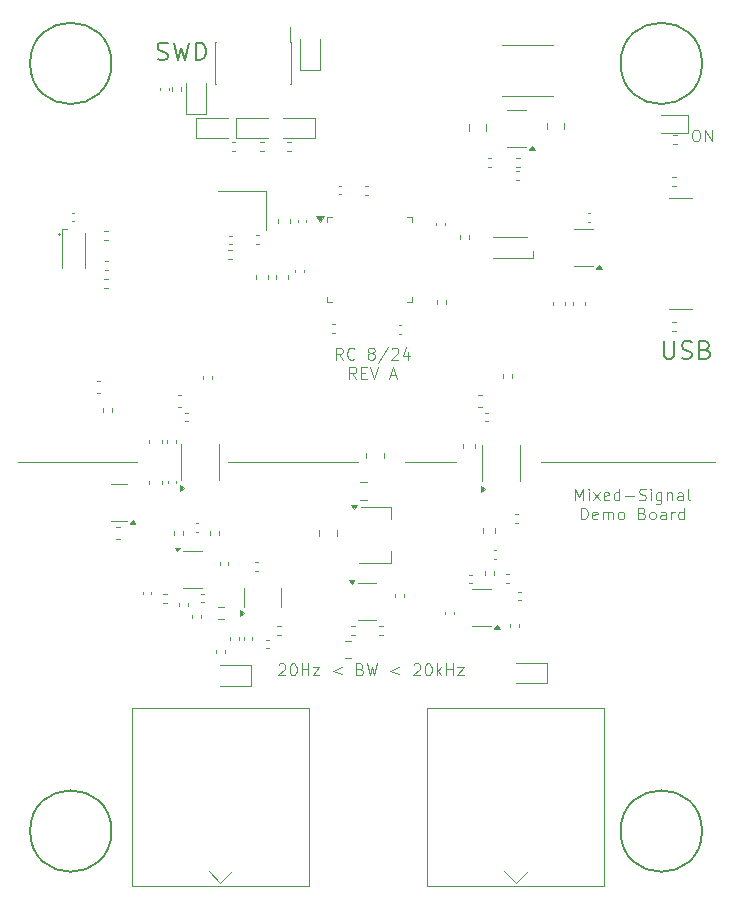
<source format=gto>
%TF.GenerationSoftware,KiCad,Pcbnew,8.0.4+dfsg-1*%
%TF.CreationDate,2024-08-03T22:50:01-04:00*%
%TF.ProjectId,Mixed-Signal_Demo_PCB,4d697865-642d-4536-9967-6e616c5f4465,rev?*%
%TF.SameCoordinates,Original*%
%TF.FileFunction,Legend,Top*%
%TF.FilePolarity,Positive*%
%FSLAX46Y46*%
G04 Gerber Fmt 4.6, Leading zero omitted, Abs format (unit mm)*
G04 Created by KiCad (PCBNEW 8.0.4+dfsg-1) date 2024-08-03 22:50:01*
%MOMM*%
%LPD*%
G01*
G04 APERTURE LIST*
%ADD10C,0.200000*%
%ADD11C,0.100000*%
%ADD12C,0.120000*%
G04 APERTURE END LIST*
D10*
X144408865Y-129464500D02*
G75*
G02*
X137520135Y-129464500I-3444365J0D01*
G01*
X137520135Y-129464500D02*
G75*
G02*
X144408865Y-129464500I3444365J0D01*
G01*
D11*
X86500000Y-98200000D02*
X96600000Y-98200000D01*
D10*
X144408865Y-64464500D02*
G75*
G02*
X137520135Y-64464500I-3444365J0D01*
G01*
X137520135Y-64464500D02*
G75*
G02*
X144408865Y-64464500I3444365J0D01*
G01*
X94408831Y-64464466D02*
G75*
G02*
X87520101Y-64464466I-3444365J0D01*
G01*
X87520101Y-64464466D02*
G75*
G02*
X94408831Y-64464466I3444365J0D01*
G01*
X94408865Y-129464500D02*
G75*
G02*
X87520135Y-129464500I-3444365J0D01*
G01*
X87520135Y-129464500D02*
G75*
G02*
X94408865Y-129464500I3444365J0D01*
G01*
D11*
X119300000Y-98200000D02*
X123600000Y-98200000D01*
X104300000Y-98200000D02*
X115300000Y-98200000D01*
X130800000Y-98200000D02*
X145500000Y-98200000D01*
X108556265Y-115367657D02*
X108603884Y-115320038D01*
X108603884Y-115320038D02*
X108699122Y-115272419D01*
X108699122Y-115272419D02*
X108937217Y-115272419D01*
X108937217Y-115272419D02*
X109032455Y-115320038D01*
X109032455Y-115320038D02*
X109080074Y-115367657D01*
X109080074Y-115367657D02*
X109127693Y-115462895D01*
X109127693Y-115462895D02*
X109127693Y-115558133D01*
X109127693Y-115558133D02*
X109080074Y-115700990D01*
X109080074Y-115700990D02*
X108508646Y-116272419D01*
X108508646Y-116272419D02*
X109127693Y-116272419D01*
X109746741Y-115272419D02*
X109841979Y-115272419D01*
X109841979Y-115272419D02*
X109937217Y-115320038D01*
X109937217Y-115320038D02*
X109984836Y-115367657D01*
X109984836Y-115367657D02*
X110032455Y-115462895D01*
X110032455Y-115462895D02*
X110080074Y-115653371D01*
X110080074Y-115653371D02*
X110080074Y-115891466D01*
X110080074Y-115891466D02*
X110032455Y-116081942D01*
X110032455Y-116081942D02*
X109984836Y-116177180D01*
X109984836Y-116177180D02*
X109937217Y-116224800D01*
X109937217Y-116224800D02*
X109841979Y-116272419D01*
X109841979Y-116272419D02*
X109746741Y-116272419D01*
X109746741Y-116272419D02*
X109651503Y-116224800D01*
X109651503Y-116224800D02*
X109603884Y-116177180D01*
X109603884Y-116177180D02*
X109556265Y-116081942D01*
X109556265Y-116081942D02*
X109508646Y-115891466D01*
X109508646Y-115891466D02*
X109508646Y-115653371D01*
X109508646Y-115653371D02*
X109556265Y-115462895D01*
X109556265Y-115462895D02*
X109603884Y-115367657D01*
X109603884Y-115367657D02*
X109651503Y-115320038D01*
X109651503Y-115320038D02*
X109746741Y-115272419D01*
X110508646Y-116272419D02*
X110508646Y-115272419D01*
X110508646Y-115748609D02*
X111080074Y-115748609D01*
X111080074Y-116272419D02*
X111080074Y-115272419D01*
X111461027Y-115605752D02*
X111984836Y-115605752D01*
X111984836Y-115605752D02*
X111461027Y-116272419D01*
X111461027Y-116272419D02*
X111984836Y-116272419D01*
X113889599Y-115605752D02*
X113127694Y-115891466D01*
X113127694Y-115891466D02*
X113889599Y-116177180D01*
X115461027Y-115748609D02*
X115603884Y-115796228D01*
X115603884Y-115796228D02*
X115651503Y-115843847D01*
X115651503Y-115843847D02*
X115699122Y-115939085D01*
X115699122Y-115939085D02*
X115699122Y-116081942D01*
X115699122Y-116081942D02*
X115651503Y-116177180D01*
X115651503Y-116177180D02*
X115603884Y-116224800D01*
X115603884Y-116224800D02*
X115508646Y-116272419D01*
X115508646Y-116272419D02*
X115127694Y-116272419D01*
X115127694Y-116272419D02*
X115127694Y-115272419D01*
X115127694Y-115272419D02*
X115461027Y-115272419D01*
X115461027Y-115272419D02*
X115556265Y-115320038D01*
X115556265Y-115320038D02*
X115603884Y-115367657D01*
X115603884Y-115367657D02*
X115651503Y-115462895D01*
X115651503Y-115462895D02*
X115651503Y-115558133D01*
X115651503Y-115558133D02*
X115603884Y-115653371D01*
X115603884Y-115653371D02*
X115556265Y-115700990D01*
X115556265Y-115700990D02*
X115461027Y-115748609D01*
X115461027Y-115748609D02*
X115127694Y-115748609D01*
X116032456Y-115272419D02*
X116270551Y-116272419D01*
X116270551Y-116272419D02*
X116461027Y-115558133D01*
X116461027Y-115558133D02*
X116651503Y-116272419D01*
X116651503Y-116272419D02*
X116889599Y-115272419D01*
X118794361Y-115605752D02*
X118032456Y-115891466D01*
X118032456Y-115891466D02*
X118794361Y-116177180D01*
X119984837Y-115367657D02*
X120032456Y-115320038D01*
X120032456Y-115320038D02*
X120127694Y-115272419D01*
X120127694Y-115272419D02*
X120365789Y-115272419D01*
X120365789Y-115272419D02*
X120461027Y-115320038D01*
X120461027Y-115320038D02*
X120508646Y-115367657D01*
X120508646Y-115367657D02*
X120556265Y-115462895D01*
X120556265Y-115462895D02*
X120556265Y-115558133D01*
X120556265Y-115558133D02*
X120508646Y-115700990D01*
X120508646Y-115700990D02*
X119937218Y-116272419D01*
X119937218Y-116272419D02*
X120556265Y-116272419D01*
X121175313Y-115272419D02*
X121270551Y-115272419D01*
X121270551Y-115272419D02*
X121365789Y-115320038D01*
X121365789Y-115320038D02*
X121413408Y-115367657D01*
X121413408Y-115367657D02*
X121461027Y-115462895D01*
X121461027Y-115462895D02*
X121508646Y-115653371D01*
X121508646Y-115653371D02*
X121508646Y-115891466D01*
X121508646Y-115891466D02*
X121461027Y-116081942D01*
X121461027Y-116081942D02*
X121413408Y-116177180D01*
X121413408Y-116177180D02*
X121365789Y-116224800D01*
X121365789Y-116224800D02*
X121270551Y-116272419D01*
X121270551Y-116272419D02*
X121175313Y-116272419D01*
X121175313Y-116272419D02*
X121080075Y-116224800D01*
X121080075Y-116224800D02*
X121032456Y-116177180D01*
X121032456Y-116177180D02*
X120984837Y-116081942D01*
X120984837Y-116081942D02*
X120937218Y-115891466D01*
X120937218Y-115891466D02*
X120937218Y-115653371D01*
X120937218Y-115653371D02*
X120984837Y-115462895D01*
X120984837Y-115462895D02*
X121032456Y-115367657D01*
X121032456Y-115367657D02*
X121080075Y-115320038D01*
X121080075Y-115320038D02*
X121175313Y-115272419D01*
X121937218Y-116272419D02*
X121937218Y-115272419D01*
X122032456Y-115891466D02*
X122318170Y-116272419D01*
X122318170Y-115605752D02*
X121937218Y-115986704D01*
X122746742Y-116272419D02*
X122746742Y-115272419D01*
X122746742Y-115748609D02*
X123318170Y-115748609D01*
X123318170Y-116272419D02*
X123318170Y-115272419D01*
X123699123Y-115605752D02*
X124222932Y-115605752D01*
X124222932Y-115605752D02*
X123699123Y-116272419D01*
X123699123Y-116272419D02*
X124222932Y-116272419D01*
X113976190Y-89552447D02*
X113642857Y-89076256D01*
X113404762Y-89552447D02*
X113404762Y-88552447D01*
X113404762Y-88552447D02*
X113785714Y-88552447D01*
X113785714Y-88552447D02*
X113880952Y-88600066D01*
X113880952Y-88600066D02*
X113928571Y-88647685D01*
X113928571Y-88647685D02*
X113976190Y-88742923D01*
X113976190Y-88742923D02*
X113976190Y-88885780D01*
X113976190Y-88885780D02*
X113928571Y-88981018D01*
X113928571Y-88981018D02*
X113880952Y-89028637D01*
X113880952Y-89028637D02*
X113785714Y-89076256D01*
X113785714Y-89076256D02*
X113404762Y-89076256D01*
X114976190Y-89457208D02*
X114928571Y-89504828D01*
X114928571Y-89504828D02*
X114785714Y-89552447D01*
X114785714Y-89552447D02*
X114690476Y-89552447D01*
X114690476Y-89552447D02*
X114547619Y-89504828D01*
X114547619Y-89504828D02*
X114452381Y-89409589D01*
X114452381Y-89409589D02*
X114404762Y-89314351D01*
X114404762Y-89314351D02*
X114357143Y-89123875D01*
X114357143Y-89123875D02*
X114357143Y-88981018D01*
X114357143Y-88981018D02*
X114404762Y-88790542D01*
X114404762Y-88790542D02*
X114452381Y-88695304D01*
X114452381Y-88695304D02*
X114547619Y-88600066D01*
X114547619Y-88600066D02*
X114690476Y-88552447D01*
X114690476Y-88552447D02*
X114785714Y-88552447D01*
X114785714Y-88552447D02*
X114928571Y-88600066D01*
X114928571Y-88600066D02*
X114976190Y-88647685D01*
X116309524Y-88981018D02*
X116214286Y-88933399D01*
X116214286Y-88933399D02*
X116166667Y-88885780D01*
X116166667Y-88885780D02*
X116119048Y-88790542D01*
X116119048Y-88790542D02*
X116119048Y-88742923D01*
X116119048Y-88742923D02*
X116166667Y-88647685D01*
X116166667Y-88647685D02*
X116214286Y-88600066D01*
X116214286Y-88600066D02*
X116309524Y-88552447D01*
X116309524Y-88552447D02*
X116500000Y-88552447D01*
X116500000Y-88552447D02*
X116595238Y-88600066D01*
X116595238Y-88600066D02*
X116642857Y-88647685D01*
X116642857Y-88647685D02*
X116690476Y-88742923D01*
X116690476Y-88742923D02*
X116690476Y-88790542D01*
X116690476Y-88790542D02*
X116642857Y-88885780D01*
X116642857Y-88885780D02*
X116595238Y-88933399D01*
X116595238Y-88933399D02*
X116500000Y-88981018D01*
X116500000Y-88981018D02*
X116309524Y-88981018D01*
X116309524Y-88981018D02*
X116214286Y-89028637D01*
X116214286Y-89028637D02*
X116166667Y-89076256D01*
X116166667Y-89076256D02*
X116119048Y-89171494D01*
X116119048Y-89171494D02*
X116119048Y-89361970D01*
X116119048Y-89361970D02*
X116166667Y-89457208D01*
X116166667Y-89457208D02*
X116214286Y-89504828D01*
X116214286Y-89504828D02*
X116309524Y-89552447D01*
X116309524Y-89552447D02*
X116500000Y-89552447D01*
X116500000Y-89552447D02*
X116595238Y-89504828D01*
X116595238Y-89504828D02*
X116642857Y-89457208D01*
X116642857Y-89457208D02*
X116690476Y-89361970D01*
X116690476Y-89361970D02*
X116690476Y-89171494D01*
X116690476Y-89171494D02*
X116642857Y-89076256D01*
X116642857Y-89076256D02*
X116595238Y-89028637D01*
X116595238Y-89028637D02*
X116500000Y-88981018D01*
X117833333Y-88504828D02*
X116976191Y-89790542D01*
X118119048Y-88647685D02*
X118166667Y-88600066D01*
X118166667Y-88600066D02*
X118261905Y-88552447D01*
X118261905Y-88552447D02*
X118500000Y-88552447D01*
X118500000Y-88552447D02*
X118595238Y-88600066D01*
X118595238Y-88600066D02*
X118642857Y-88647685D01*
X118642857Y-88647685D02*
X118690476Y-88742923D01*
X118690476Y-88742923D02*
X118690476Y-88838161D01*
X118690476Y-88838161D02*
X118642857Y-88981018D01*
X118642857Y-88981018D02*
X118071429Y-89552447D01*
X118071429Y-89552447D02*
X118690476Y-89552447D01*
X119547619Y-88885780D02*
X119547619Y-89552447D01*
X119309524Y-88504828D02*
X119071429Y-89219113D01*
X119071429Y-89219113D02*
X119690476Y-89219113D01*
X115119047Y-91162391D02*
X114785714Y-90686200D01*
X114547619Y-91162391D02*
X114547619Y-90162391D01*
X114547619Y-90162391D02*
X114928571Y-90162391D01*
X114928571Y-90162391D02*
X115023809Y-90210010D01*
X115023809Y-90210010D02*
X115071428Y-90257629D01*
X115071428Y-90257629D02*
X115119047Y-90352867D01*
X115119047Y-90352867D02*
X115119047Y-90495724D01*
X115119047Y-90495724D02*
X115071428Y-90590962D01*
X115071428Y-90590962D02*
X115023809Y-90638581D01*
X115023809Y-90638581D02*
X114928571Y-90686200D01*
X114928571Y-90686200D02*
X114547619Y-90686200D01*
X115547619Y-90638581D02*
X115880952Y-90638581D01*
X116023809Y-91162391D02*
X115547619Y-91162391D01*
X115547619Y-91162391D02*
X115547619Y-90162391D01*
X115547619Y-90162391D02*
X116023809Y-90162391D01*
X116309524Y-90162391D02*
X116642857Y-91162391D01*
X116642857Y-91162391D02*
X116976190Y-90162391D01*
X118023810Y-90876676D02*
X118500000Y-90876676D01*
X117928572Y-91162391D02*
X118261905Y-90162391D01*
X118261905Y-90162391D02*
X118595238Y-91162391D01*
X133690476Y-101462475D02*
X133690476Y-100462475D01*
X133690476Y-100462475D02*
X134023809Y-101176760D01*
X134023809Y-101176760D02*
X134357142Y-100462475D01*
X134357142Y-100462475D02*
X134357142Y-101462475D01*
X134833333Y-101462475D02*
X134833333Y-100795808D01*
X134833333Y-100462475D02*
X134785714Y-100510094D01*
X134785714Y-100510094D02*
X134833333Y-100557713D01*
X134833333Y-100557713D02*
X134880952Y-100510094D01*
X134880952Y-100510094D02*
X134833333Y-100462475D01*
X134833333Y-100462475D02*
X134833333Y-100557713D01*
X135214285Y-101462475D02*
X135738094Y-100795808D01*
X135214285Y-100795808D02*
X135738094Y-101462475D01*
X136499999Y-101414856D02*
X136404761Y-101462475D01*
X136404761Y-101462475D02*
X136214285Y-101462475D01*
X136214285Y-101462475D02*
X136119047Y-101414856D01*
X136119047Y-101414856D02*
X136071428Y-101319617D01*
X136071428Y-101319617D02*
X136071428Y-100938665D01*
X136071428Y-100938665D02*
X136119047Y-100843427D01*
X136119047Y-100843427D02*
X136214285Y-100795808D01*
X136214285Y-100795808D02*
X136404761Y-100795808D01*
X136404761Y-100795808D02*
X136499999Y-100843427D01*
X136499999Y-100843427D02*
X136547618Y-100938665D01*
X136547618Y-100938665D02*
X136547618Y-101033903D01*
X136547618Y-101033903D02*
X136071428Y-101129141D01*
X137404761Y-101462475D02*
X137404761Y-100462475D01*
X137404761Y-101414856D02*
X137309523Y-101462475D01*
X137309523Y-101462475D02*
X137119047Y-101462475D01*
X137119047Y-101462475D02*
X137023809Y-101414856D01*
X137023809Y-101414856D02*
X136976190Y-101367236D01*
X136976190Y-101367236D02*
X136928571Y-101271998D01*
X136928571Y-101271998D02*
X136928571Y-100986284D01*
X136928571Y-100986284D02*
X136976190Y-100891046D01*
X136976190Y-100891046D02*
X137023809Y-100843427D01*
X137023809Y-100843427D02*
X137119047Y-100795808D01*
X137119047Y-100795808D02*
X137309523Y-100795808D01*
X137309523Y-100795808D02*
X137404761Y-100843427D01*
X137880952Y-101081522D02*
X138642857Y-101081522D01*
X139071428Y-101414856D02*
X139214285Y-101462475D01*
X139214285Y-101462475D02*
X139452380Y-101462475D01*
X139452380Y-101462475D02*
X139547618Y-101414856D01*
X139547618Y-101414856D02*
X139595237Y-101367236D01*
X139595237Y-101367236D02*
X139642856Y-101271998D01*
X139642856Y-101271998D02*
X139642856Y-101176760D01*
X139642856Y-101176760D02*
X139595237Y-101081522D01*
X139595237Y-101081522D02*
X139547618Y-101033903D01*
X139547618Y-101033903D02*
X139452380Y-100986284D01*
X139452380Y-100986284D02*
X139261904Y-100938665D01*
X139261904Y-100938665D02*
X139166666Y-100891046D01*
X139166666Y-100891046D02*
X139119047Y-100843427D01*
X139119047Y-100843427D02*
X139071428Y-100748189D01*
X139071428Y-100748189D02*
X139071428Y-100652951D01*
X139071428Y-100652951D02*
X139119047Y-100557713D01*
X139119047Y-100557713D02*
X139166666Y-100510094D01*
X139166666Y-100510094D02*
X139261904Y-100462475D01*
X139261904Y-100462475D02*
X139499999Y-100462475D01*
X139499999Y-100462475D02*
X139642856Y-100510094D01*
X140071428Y-101462475D02*
X140071428Y-100795808D01*
X140071428Y-100462475D02*
X140023809Y-100510094D01*
X140023809Y-100510094D02*
X140071428Y-100557713D01*
X140071428Y-100557713D02*
X140119047Y-100510094D01*
X140119047Y-100510094D02*
X140071428Y-100462475D01*
X140071428Y-100462475D02*
X140071428Y-100557713D01*
X140976189Y-100795808D02*
X140976189Y-101605332D01*
X140976189Y-101605332D02*
X140928570Y-101700570D01*
X140928570Y-101700570D02*
X140880951Y-101748189D01*
X140880951Y-101748189D02*
X140785713Y-101795808D01*
X140785713Y-101795808D02*
X140642856Y-101795808D01*
X140642856Y-101795808D02*
X140547618Y-101748189D01*
X140976189Y-101414856D02*
X140880951Y-101462475D01*
X140880951Y-101462475D02*
X140690475Y-101462475D01*
X140690475Y-101462475D02*
X140595237Y-101414856D01*
X140595237Y-101414856D02*
X140547618Y-101367236D01*
X140547618Y-101367236D02*
X140499999Y-101271998D01*
X140499999Y-101271998D02*
X140499999Y-100986284D01*
X140499999Y-100986284D02*
X140547618Y-100891046D01*
X140547618Y-100891046D02*
X140595237Y-100843427D01*
X140595237Y-100843427D02*
X140690475Y-100795808D01*
X140690475Y-100795808D02*
X140880951Y-100795808D01*
X140880951Y-100795808D02*
X140976189Y-100843427D01*
X141452380Y-100795808D02*
X141452380Y-101462475D01*
X141452380Y-100891046D02*
X141499999Y-100843427D01*
X141499999Y-100843427D02*
X141595237Y-100795808D01*
X141595237Y-100795808D02*
X141738094Y-100795808D01*
X141738094Y-100795808D02*
X141833332Y-100843427D01*
X141833332Y-100843427D02*
X141880951Y-100938665D01*
X141880951Y-100938665D02*
X141880951Y-101462475D01*
X142785713Y-101462475D02*
X142785713Y-100938665D01*
X142785713Y-100938665D02*
X142738094Y-100843427D01*
X142738094Y-100843427D02*
X142642856Y-100795808D01*
X142642856Y-100795808D02*
X142452380Y-100795808D01*
X142452380Y-100795808D02*
X142357142Y-100843427D01*
X142785713Y-101414856D02*
X142690475Y-101462475D01*
X142690475Y-101462475D02*
X142452380Y-101462475D01*
X142452380Y-101462475D02*
X142357142Y-101414856D01*
X142357142Y-101414856D02*
X142309523Y-101319617D01*
X142309523Y-101319617D02*
X142309523Y-101224379D01*
X142309523Y-101224379D02*
X142357142Y-101129141D01*
X142357142Y-101129141D02*
X142452380Y-101081522D01*
X142452380Y-101081522D02*
X142690475Y-101081522D01*
X142690475Y-101081522D02*
X142785713Y-101033903D01*
X143404761Y-101462475D02*
X143309523Y-101414856D01*
X143309523Y-101414856D02*
X143261904Y-101319617D01*
X143261904Y-101319617D02*
X143261904Y-100462475D01*
X134142857Y-103072419D02*
X134142857Y-102072419D01*
X134142857Y-102072419D02*
X134380952Y-102072419D01*
X134380952Y-102072419D02*
X134523809Y-102120038D01*
X134523809Y-102120038D02*
X134619047Y-102215276D01*
X134619047Y-102215276D02*
X134666666Y-102310514D01*
X134666666Y-102310514D02*
X134714285Y-102500990D01*
X134714285Y-102500990D02*
X134714285Y-102643847D01*
X134714285Y-102643847D02*
X134666666Y-102834323D01*
X134666666Y-102834323D02*
X134619047Y-102929561D01*
X134619047Y-102929561D02*
X134523809Y-103024800D01*
X134523809Y-103024800D02*
X134380952Y-103072419D01*
X134380952Y-103072419D02*
X134142857Y-103072419D01*
X135523809Y-103024800D02*
X135428571Y-103072419D01*
X135428571Y-103072419D02*
X135238095Y-103072419D01*
X135238095Y-103072419D02*
X135142857Y-103024800D01*
X135142857Y-103024800D02*
X135095238Y-102929561D01*
X135095238Y-102929561D02*
X135095238Y-102548609D01*
X135095238Y-102548609D02*
X135142857Y-102453371D01*
X135142857Y-102453371D02*
X135238095Y-102405752D01*
X135238095Y-102405752D02*
X135428571Y-102405752D01*
X135428571Y-102405752D02*
X135523809Y-102453371D01*
X135523809Y-102453371D02*
X135571428Y-102548609D01*
X135571428Y-102548609D02*
X135571428Y-102643847D01*
X135571428Y-102643847D02*
X135095238Y-102739085D01*
X136000000Y-103072419D02*
X136000000Y-102405752D01*
X136000000Y-102500990D02*
X136047619Y-102453371D01*
X136047619Y-102453371D02*
X136142857Y-102405752D01*
X136142857Y-102405752D02*
X136285714Y-102405752D01*
X136285714Y-102405752D02*
X136380952Y-102453371D01*
X136380952Y-102453371D02*
X136428571Y-102548609D01*
X136428571Y-102548609D02*
X136428571Y-103072419D01*
X136428571Y-102548609D02*
X136476190Y-102453371D01*
X136476190Y-102453371D02*
X136571428Y-102405752D01*
X136571428Y-102405752D02*
X136714285Y-102405752D01*
X136714285Y-102405752D02*
X136809524Y-102453371D01*
X136809524Y-102453371D02*
X136857143Y-102548609D01*
X136857143Y-102548609D02*
X136857143Y-103072419D01*
X137476190Y-103072419D02*
X137380952Y-103024800D01*
X137380952Y-103024800D02*
X137333333Y-102977180D01*
X137333333Y-102977180D02*
X137285714Y-102881942D01*
X137285714Y-102881942D02*
X137285714Y-102596228D01*
X137285714Y-102596228D02*
X137333333Y-102500990D01*
X137333333Y-102500990D02*
X137380952Y-102453371D01*
X137380952Y-102453371D02*
X137476190Y-102405752D01*
X137476190Y-102405752D02*
X137619047Y-102405752D01*
X137619047Y-102405752D02*
X137714285Y-102453371D01*
X137714285Y-102453371D02*
X137761904Y-102500990D01*
X137761904Y-102500990D02*
X137809523Y-102596228D01*
X137809523Y-102596228D02*
X137809523Y-102881942D01*
X137809523Y-102881942D02*
X137761904Y-102977180D01*
X137761904Y-102977180D02*
X137714285Y-103024800D01*
X137714285Y-103024800D02*
X137619047Y-103072419D01*
X137619047Y-103072419D02*
X137476190Y-103072419D01*
X139333333Y-102548609D02*
X139476190Y-102596228D01*
X139476190Y-102596228D02*
X139523809Y-102643847D01*
X139523809Y-102643847D02*
X139571428Y-102739085D01*
X139571428Y-102739085D02*
X139571428Y-102881942D01*
X139571428Y-102881942D02*
X139523809Y-102977180D01*
X139523809Y-102977180D02*
X139476190Y-103024800D01*
X139476190Y-103024800D02*
X139380952Y-103072419D01*
X139380952Y-103072419D02*
X139000000Y-103072419D01*
X139000000Y-103072419D02*
X139000000Y-102072419D01*
X139000000Y-102072419D02*
X139333333Y-102072419D01*
X139333333Y-102072419D02*
X139428571Y-102120038D01*
X139428571Y-102120038D02*
X139476190Y-102167657D01*
X139476190Y-102167657D02*
X139523809Y-102262895D01*
X139523809Y-102262895D02*
X139523809Y-102358133D01*
X139523809Y-102358133D02*
X139476190Y-102453371D01*
X139476190Y-102453371D02*
X139428571Y-102500990D01*
X139428571Y-102500990D02*
X139333333Y-102548609D01*
X139333333Y-102548609D02*
X139000000Y-102548609D01*
X140142857Y-103072419D02*
X140047619Y-103024800D01*
X140047619Y-103024800D02*
X140000000Y-102977180D01*
X140000000Y-102977180D02*
X139952381Y-102881942D01*
X139952381Y-102881942D02*
X139952381Y-102596228D01*
X139952381Y-102596228D02*
X140000000Y-102500990D01*
X140000000Y-102500990D02*
X140047619Y-102453371D01*
X140047619Y-102453371D02*
X140142857Y-102405752D01*
X140142857Y-102405752D02*
X140285714Y-102405752D01*
X140285714Y-102405752D02*
X140380952Y-102453371D01*
X140380952Y-102453371D02*
X140428571Y-102500990D01*
X140428571Y-102500990D02*
X140476190Y-102596228D01*
X140476190Y-102596228D02*
X140476190Y-102881942D01*
X140476190Y-102881942D02*
X140428571Y-102977180D01*
X140428571Y-102977180D02*
X140380952Y-103024800D01*
X140380952Y-103024800D02*
X140285714Y-103072419D01*
X140285714Y-103072419D02*
X140142857Y-103072419D01*
X141333333Y-103072419D02*
X141333333Y-102548609D01*
X141333333Y-102548609D02*
X141285714Y-102453371D01*
X141285714Y-102453371D02*
X141190476Y-102405752D01*
X141190476Y-102405752D02*
X141000000Y-102405752D01*
X141000000Y-102405752D02*
X140904762Y-102453371D01*
X141333333Y-103024800D02*
X141238095Y-103072419D01*
X141238095Y-103072419D02*
X141000000Y-103072419D01*
X141000000Y-103072419D02*
X140904762Y-103024800D01*
X140904762Y-103024800D02*
X140857143Y-102929561D01*
X140857143Y-102929561D02*
X140857143Y-102834323D01*
X140857143Y-102834323D02*
X140904762Y-102739085D01*
X140904762Y-102739085D02*
X141000000Y-102691466D01*
X141000000Y-102691466D02*
X141238095Y-102691466D01*
X141238095Y-102691466D02*
X141333333Y-102643847D01*
X141809524Y-103072419D02*
X141809524Y-102405752D01*
X141809524Y-102596228D02*
X141857143Y-102500990D01*
X141857143Y-102500990D02*
X141904762Y-102453371D01*
X141904762Y-102453371D02*
X142000000Y-102405752D01*
X142000000Y-102405752D02*
X142095238Y-102405752D01*
X142857143Y-103072419D02*
X142857143Y-102072419D01*
X142857143Y-103024800D02*
X142761905Y-103072419D01*
X142761905Y-103072419D02*
X142571429Y-103072419D01*
X142571429Y-103072419D02*
X142476191Y-103024800D01*
X142476191Y-103024800D02*
X142428572Y-102977180D01*
X142428572Y-102977180D02*
X142380953Y-102881942D01*
X142380953Y-102881942D02*
X142380953Y-102596228D01*
X142380953Y-102596228D02*
X142428572Y-102500990D01*
X142428572Y-102500990D02*
X142476191Y-102453371D01*
X142476191Y-102453371D02*
X142571429Y-102405752D01*
X142571429Y-102405752D02*
X142761905Y-102405752D01*
X142761905Y-102405752D02*
X142857143Y-102453371D01*
D10*
X141188720Y-88006028D02*
X141188720Y-89220314D01*
X141188720Y-89220314D02*
X141260149Y-89363171D01*
X141260149Y-89363171D02*
X141331578Y-89434600D01*
X141331578Y-89434600D02*
X141474435Y-89506028D01*
X141474435Y-89506028D02*
X141760149Y-89506028D01*
X141760149Y-89506028D02*
X141903006Y-89434600D01*
X141903006Y-89434600D02*
X141974435Y-89363171D01*
X141974435Y-89363171D02*
X142045863Y-89220314D01*
X142045863Y-89220314D02*
X142045863Y-88006028D01*
X142688721Y-89434600D02*
X142903007Y-89506028D01*
X142903007Y-89506028D02*
X143260149Y-89506028D01*
X143260149Y-89506028D02*
X143403007Y-89434600D01*
X143403007Y-89434600D02*
X143474435Y-89363171D01*
X143474435Y-89363171D02*
X143545864Y-89220314D01*
X143545864Y-89220314D02*
X143545864Y-89077457D01*
X143545864Y-89077457D02*
X143474435Y-88934600D01*
X143474435Y-88934600D02*
X143403007Y-88863171D01*
X143403007Y-88863171D02*
X143260149Y-88791742D01*
X143260149Y-88791742D02*
X142974435Y-88720314D01*
X142974435Y-88720314D02*
X142831578Y-88648885D01*
X142831578Y-88648885D02*
X142760149Y-88577457D01*
X142760149Y-88577457D02*
X142688721Y-88434600D01*
X142688721Y-88434600D02*
X142688721Y-88291742D01*
X142688721Y-88291742D02*
X142760149Y-88148885D01*
X142760149Y-88148885D02*
X142831578Y-88077457D01*
X142831578Y-88077457D02*
X142974435Y-88006028D01*
X142974435Y-88006028D02*
X143331578Y-88006028D01*
X143331578Y-88006028D02*
X143545864Y-88077457D01*
X144688720Y-88720314D02*
X144903006Y-88791742D01*
X144903006Y-88791742D02*
X144974435Y-88863171D01*
X144974435Y-88863171D02*
X145045863Y-89006028D01*
X145045863Y-89006028D02*
X145045863Y-89220314D01*
X145045863Y-89220314D02*
X144974435Y-89363171D01*
X144974435Y-89363171D02*
X144903006Y-89434600D01*
X144903006Y-89434600D02*
X144760149Y-89506028D01*
X144760149Y-89506028D02*
X144188720Y-89506028D01*
X144188720Y-89506028D02*
X144188720Y-88006028D01*
X144188720Y-88006028D02*
X144688720Y-88006028D01*
X144688720Y-88006028D02*
X144831578Y-88077457D01*
X144831578Y-88077457D02*
X144903006Y-88148885D01*
X144903006Y-88148885D02*
X144974435Y-88291742D01*
X144974435Y-88291742D02*
X144974435Y-88434600D01*
X144974435Y-88434600D02*
X144903006Y-88577457D01*
X144903006Y-88577457D02*
X144831578Y-88648885D01*
X144831578Y-88648885D02*
X144688720Y-88720314D01*
X144688720Y-88720314D02*
X144188720Y-88720314D01*
X98317292Y-64134600D02*
X98531578Y-64206028D01*
X98531578Y-64206028D02*
X98888720Y-64206028D01*
X98888720Y-64206028D02*
X99031578Y-64134600D01*
X99031578Y-64134600D02*
X99103006Y-64063171D01*
X99103006Y-64063171D02*
X99174435Y-63920314D01*
X99174435Y-63920314D02*
X99174435Y-63777457D01*
X99174435Y-63777457D02*
X99103006Y-63634600D01*
X99103006Y-63634600D02*
X99031578Y-63563171D01*
X99031578Y-63563171D02*
X98888720Y-63491742D01*
X98888720Y-63491742D02*
X98603006Y-63420314D01*
X98603006Y-63420314D02*
X98460149Y-63348885D01*
X98460149Y-63348885D02*
X98388720Y-63277457D01*
X98388720Y-63277457D02*
X98317292Y-63134600D01*
X98317292Y-63134600D02*
X98317292Y-62991742D01*
X98317292Y-62991742D02*
X98388720Y-62848885D01*
X98388720Y-62848885D02*
X98460149Y-62777457D01*
X98460149Y-62777457D02*
X98603006Y-62706028D01*
X98603006Y-62706028D02*
X98960149Y-62706028D01*
X98960149Y-62706028D02*
X99174435Y-62777457D01*
X99674434Y-62706028D02*
X100031577Y-64206028D01*
X100031577Y-64206028D02*
X100317291Y-63134600D01*
X100317291Y-63134600D02*
X100603006Y-64206028D01*
X100603006Y-64206028D02*
X100960149Y-62706028D01*
X101531577Y-64206028D02*
X101531577Y-62706028D01*
X101531577Y-62706028D02*
X101888720Y-62706028D01*
X101888720Y-62706028D02*
X102103006Y-62777457D01*
X102103006Y-62777457D02*
X102245863Y-62920314D01*
X102245863Y-62920314D02*
X102317292Y-63063171D01*
X102317292Y-63063171D02*
X102388720Y-63348885D01*
X102388720Y-63348885D02*
X102388720Y-63563171D01*
X102388720Y-63563171D02*
X102317292Y-63848885D01*
X102317292Y-63848885D02*
X102245863Y-63991742D01*
X102245863Y-63991742D02*
X102103006Y-64134600D01*
X102103006Y-64134600D02*
X101888720Y-64206028D01*
X101888720Y-64206028D02*
X101531577Y-64206028D01*
D11*
X143794360Y-70072419D02*
X143984836Y-70072419D01*
X143984836Y-70072419D02*
X144080074Y-70120038D01*
X144080074Y-70120038D02*
X144175312Y-70215276D01*
X144175312Y-70215276D02*
X144222931Y-70405752D01*
X144222931Y-70405752D02*
X144222931Y-70739085D01*
X144222931Y-70739085D02*
X144175312Y-70929561D01*
X144175312Y-70929561D02*
X144080074Y-71024800D01*
X144080074Y-71024800D02*
X143984836Y-71072419D01*
X143984836Y-71072419D02*
X143794360Y-71072419D01*
X143794360Y-71072419D02*
X143699122Y-71024800D01*
X143699122Y-71024800D02*
X143603884Y-70929561D01*
X143603884Y-70929561D02*
X143556265Y-70739085D01*
X143556265Y-70739085D02*
X143556265Y-70405752D01*
X143556265Y-70405752D02*
X143603884Y-70215276D01*
X143603884Y-70215276D02*
X143699122Y-70120038D01*
X143699122Y-70120038D02*
X143794360Y-70072419D01*
X144651503Y-71072419D02*
X144651503Y-70072419D01*
X144651503Y-70072419D02*
X145222931Y-71072419D01*
X145222931Y-71072419D02*
X145222931Y-70072419D01*
D12*
%TO.C,U403*%
X100329466Y-98209466D02*
X100329466Y-96709466D01*
X100329466Y-98209466D02*
X100329466Y-99709466D01*
X103549466Y-98209466D02*
X103549466Y-96709466D01*
X103549466Y-98209466D02*
X103549466Y-99709466D01*
X100529466Y-100421966D02*
X100199466Y-100661966D01*
X100199466Y-100181966D01*
X100529466Y-100421966D01*
G36*
X100529466Y-100421966D02*
G01*
X100199466Y-100661966D01*
X100199466Y-100181966D01*
X100529466Y-100421966D01*
G37*
D11*
%TO.C,FL301*%
X126675000Y-79160000D02*
X129625000Y-79160000D01*
X126725000Y-80960001D02*
X130075000Y-80960000D01*
X130075000Y-80960000D02*
X130075000Y-80360000D01*
D12*
%TO.C,R505*%
X127524466Y-90760825D02*
X127524466Y-91068107D01*
X128284466Y-90760825D02*
X128284466Y-91068107D01*
%TO.C,C401*%
X101992164Y-109390000D02*
X102207836Y-109390000D01*
X101992164Y-110110000D02*
X102207836Y-110110000D01*
%TO.C,R203*%
X114720825Y-112074466D02*
X115028107Y-112074466D01*
X114720825Y-112834466D02*
X115028107Y-112834466D01*
%TO.C,C304*%
X121890000Y-77942164D02*
X121890000Y-78157836D01*
X122610000Y-77942164D02*
X122610000Y-78157836D01*
%TO.C,R401*%
X108446359Y-112120000D02*
X108753641Y-112120000D01*
X108446359Y-112880000D02*
X108753641Y-112880000D01*
%TO.C,C305*%
X113642164Y-74840000D02*
X113857836Y-74840000D01*
X113642164Y-75560000D02*
X113857836Y-75560000D01*
%TO.C,R304*%
X142203641Y-74095000D02*
X141896359Y-74095000D01*
X142203641Y-74855000D02*
X141896359Y-74855000D01*
%TO.C,R312*%
X104596359Y-71120000D02*
X104903641Y-71120000D01*
X104596359Y-71880000D02*
X104903641Y-71880000D01*
%TO.C,C410*%
X99129466Y-96376630D02*
X99129466Y-96592302D01*
X99849466Y-96376630D02*
X99849466Y-96592302D01*
%TO.C,C501*%
X124932300Y-107749466D02*
X124716628Y-107749466D01*
X124932300Y-108469466D02*
X124716628Y-108469466D01*
%TO.C,C206*%
X114695719Y-113380534D02*
X114173213Y-113380534D01*
X114695719Y-114850534D02*
X114173213Y-114850534D01*
%TO.C,C412*%
X100305047Y-92549466D02*
X100023885Y-92549466D01*
X100305047Y-93569466D02*
X100023885Y-93569466D01*
%TO.C,R204*%
X128696359Y-72450166D02*
X129003641Y-72450166D01*
X128696359Y-73210166D02*
X129003641Y-73210166D01*
%TO.C,U302*%
X134405000Y-78499999D02*
X133605000Y-78500000D01*
X134405000Y-78499999D02*
X135205000Y-78500000D01*
X134405000Y-81620001D02*
X133605000Y-81620000D01*
X134405000Y-81620001D02*
X135205000Y-81620000D01*
X135945000Y-81900000D02*
X135465000Y-81900000D01*
X135705000Y-81570000D01*
X135945000Y-81900000D01*
G36*
X135945000Y-81900000D02*
G01*
X135465000Y-81900000D01*
X135705000Y-81570000D01*
X135945000Y-81900000D01*
G37*
%TO.C,C507*%
X124194466Y-96723885D02*
X124194466Y-97005047D01*
X125214466Y-96723885D02*
X125214466Y-97005047D01*
%TO.C,D305*%
X101580001Y-69050000D02*
X101580001Y-70750000D01*
X101580001Y-69050000D02*
X104240001Y-69050000D01*
X101580001Y-70750000D02*
X104240001Y-70750000D01*
%TO.C,C404*%
X107506630Y-113244466D02*
X107722302Y-113244466D01*
X107506630Y-113964466D02*
X107722302Y-113964466D01*
%TO.C,U404*%
X95039466Y-100074465D02*
X94389466Y-100074466D01*
X95039466Y-100074465D02*
X95689466Y-100074466D01*
X95039466Y-103194467D02*
X94389466Y-103194466D01*
X95039466Y-103194467D02*
X95689466Y-103194466D01*
X96441966Y-103474466D02*
X95961966Y-103474465D01*
X96201966Y-103144466D01*
X96441966Y-103474466D01*
G36*
X96441966Y-103474466D02*
G01*
X95961966Y-103474465D01*
X96201966Y-103144466D01*
X96441966Y-103474466D01*
G37*
%TO.C,R202*%
X117100825Y-112084466D02*
X117408107Y-112084466D01*
X117100825Y-112844466D02*
X117408107Y-112844466D01*
%TO.C,C301*%
X108514466Y-77945048D02*
X108514466Y-77663886D01*
X109534466Y-77945048D02*
X109534466Y-77663886D01*
%TO.C,R504*%
X128159466Y-111910825D02*
X128159466Y-112218107D01*
X128919466Y-111910825D02*
X128919466Y-112218107D01*
%TO.C,D501*%
X131299466Y-115239466D02*
X128639466Y-115239466D01*
X131299466Y-116939466D02*
X128639466Y-116939466D01*
X131299466Y-116939466D02*
X131299466Y-115239466D01*
%TO.C,D304*%
X104990000Y-69050000D02*
X104990000Y-70750000D01*
X104990000Y-69050000D02*
X107650000Y-69050000D01*
X104990000Y-70750000D02*
X107650000Y-70750000D01*
%TO.C,R307*%
X121994466Y-84808108D02*
X121994466Y-84500826D01*
X122754466Y-84808108D02*
X122754466Y-84500826D01*
%TO.C,U202*%
X116044466Y-108451966D02*
X115244466Y-108451966D01*
X116044466Y-108451966D02*
X116844466Y-108451966D01*
X116044466Y-111571966D02*
X115244466Y-111571966D01*
X116044466Y-111571966D02*
X116844466Y-111571966D01*
X114744466Y-108501966D02*
X114504466Y-108171966D01*
X114984466Y-108171966D01*
X114744466Y-108501966D01*
G36*
X114744466Y-108501966D02*
G01*
X114504466Y-108171966D01*
X114984466Y-108171966D01*
X114744466Y-108501966D01*
G37*
%TO.C,C302*%
X110164466Y-77912303D02*
X110164466Y-77696631D01*
X110884466Y-77912303D02*
X110884466Y-77696631D01*
%TO.C,C505*%
X126791628Y-105699465D02*
X127007300Y-105699465D01*
X126791628Y-106419465D02*
X127007300Y-106419465D01*
%TO.C,C502*%
X125463886Y-92504466D02*
X125745046Y-92504466D01*
X125463886Y-93524466D02*
X125745046Y-93524466D01*
%TO.C,R503*%
X127796359Y-107729466D02*
X128103641Y-107729466D01*
X127796359Y-108489466D02*
X128103641Y-108489466D01*
%TO.C,R405*%
X99093107Y-109409466D02*
X98785825Y-109409466D01*
X99093107Y-110169466D02*
X98785825Y-110169466D01*
%TO.C,R306*%
X123895000Y-79026359D02*
X123895000Y-79333641D01*
X124655000Y-79026359D02*
X124655000Y-79333641D01*
%TO.C,C411*%
X100847302Y-94049466D02*
X100631630Y-94049466D01*
X100847302Y-94769466D02*
X100631630Y-94769466D01*
%TO.C,U401*%
X105604465Y-109714466D02*
X105604466Y-108914466D01*
X105604465Y-109714466D02*
X105604466Y-110514466D01*
X108724467Y-109714466D02*
X108724466Y-108914466D01*
X108724467Y-109714466D02*
X108724466Y-110514466D01*
X105654466Y-111014466D02*
X105324466Y-111254466D01*
X105324466Y-110774466D01*
X105654466Y-111014466D01*
G36*
X105654466Y-111014466D02*
G01*
X105324466Y-111254466D01*
X105324466Y-110774466D01*
X105654466Y-111014466D01*
G37*
%TO.C,C414*%
X95105047Y-103724466D02*
X94823885Y-103724466D01*
X95105047Y-104744466D02*
X94823885Y-104744466D01*
%TO.C,C503*%
X126071630Y-94054466D02*
X126287302Y-94054466D01*
X126071630Y-94774466D02*
X126287302Y-94774466D01*
%TO.C,R313*%
X94143642Y-81170000D02*
X93836360Y-81170000D01*
X94143642Y-81930000D02*
X93836360Y-81930000D01*
%TO.C,R301*%
X116163640Y-74820000D02*
X115856358Y-74820000D01*
X116163640Y-75580000D02*
X115856358Y-75580000D01*
%TO.C,R410*%
X102120000Y-91203641D02*
X102120000Y-90896359D01*
X102880000Y-91203641D02*
X102880000Y-90896359D01*
%TO.C,R311*%
X107303641Y-71120000D02*
X106996359Y-71120000D01*
X107303641Y-71880000D02*
X106996359Y-71880000D01*
%TO.C,D201*%
X140900000Y-70335000D02*
X143185000Y-70335000D01*
X143185000Y-68865000D02*
X140900000Y-68865000D01*
X143185000Y-70335000D02*
X143185000Y-68865000D01*
%TO.C,R308*%
X94103641Y-78670000D02*
X93796359Y-78670000D01*
X94103641Y-79430000D02*
X93796359Y-79430000D01*
%TO.C,D303*%
X111610000Y-69050000D02*
X108950000Y-69050000D01*
X111610000Y-70750000D02*
X108950000Y-70750000D01*
X111610000Y-70750000D02*
X111610000Y-69050000D01*
%TO.C,R409*%
X93720000Y-93636360D02*
X93720000Y-93943642D01*
X94480000Y-93636360D02*
X94480000Y-93943642D01*
%TO.C,J301*%
X141599466Y-75854466D02*
X143599466Y-75854466D01*
X141599466Y-85254466D02*
X143599466Y-85254466D01*
%TO.C,C306*%
X109955000Y-82157836D02*
X109955000Y-81942164D01*
X110675000Y-82157836D02*
X110675000Y-81942164D01*
%TO.C,C506*%
X128842164Y-109190000D02*
X129057836Y-109190000D01*
X128842164Y-109910000D02*
X129057836Y-109910000D01*
%TO.C,C409*%
X97629466Y-96343885D02*
X97629466Y-96625047D01*
X98649466Y-96343885D02*
X98649466Y-96625047D01*
%TO.C,C408*%
X101542164Y-103390000D02*
X101757836Y-103390000D01*
X101542164Y-104110000D02*
X101757836Y-104110000D01*
%TO.C,R506*%
X128546359Y-102620000D02*
X128853641Y-102620000D01*
X128546359Y-103380000D02*
X128853641Y-103380000D01*
%TO.C,L202*%
X127510999Y-62896000D02*
X131818999Y-62896000D01*
X131818999Y-67204000D02*
X127510999Y-67204000D01*
%TO.C,C416*%
X99154466Y-100017302D02*
X99154466Y-99801630D01*
X99874466Y-100017302D02*
X99874466Y-99801630D01*
%TO.C,R408*%
X102745000Y-104403641D02*
X102745000Y-104096359D01*
X103505000Y-104403641D02*
X103505000Y-104096359D01*
%TO.C,D302*%
X110344466Y-65044466D02*
X110344466Y-62384466D01*
X110344466Y-65044466D02*
X112044466Y-65044466D01*
X112044466Y-65044466D02*
X112044466Y-62384466D01*
%TO.C,C205*%
X112016966Y-104485719D02*
X112016966Y-103963213D01*
X113486966Y-104485719D02*
X113486966Y-103963213D01*
%TO.C,R502*%
X126044464Y-107455825D02*
X126044464Y-107763107D01*
X126804464Y-107455825D02*
X126804464Y-107763107D01*
%TO.C,C313*%
X98540000Y-66757836D02*
X98540000Y-66542164D01*
X99260000Y-66757836D02*
X99260000Y-66542164D01*
%TO.C,R402*%
X103284466Y-114408107D02*
X103284466Y-114100825D01*
X104044466Y-114408107D02*
X104044466Y-114100825D01*
%TO.C,C308*%
X106605000Y-82690581D02*
X106605000Y-82409419D01*
X107625000Y-82690581D02*
X107625000Y-82409419D01*
%TO.C,C403*%
X103579466Y-106922302D02*
X103579466Y-106706630D01*
X104299466Y-106922302D02*
X104299466Y-106706630D01*
%TO.C,U203*%
X128726966Y-68419465D02*
X127926966Y-68419466D01*
X128726966Y-68419465D02*
X129526966Y-68419466D01*
X128726966Y-71539467D02*
X127926966Y-71539466D01*
X128726966Y-71539467D02*
X129526966Y-71539466D01*
X130266966Y-71819466D02*
X129786966Y-71819466D01*
X130026966Y-71489466D01*
X130266966Y-71819466D01*
G36*
X130266966Y-71819466D02*
G01*
X129786966Y-71819466D01*
X130026966Y-71489466D01*
X130266966Y-71819466D01*
G37*
%TO.C,C204*%
X116013219Y-99939466D02*
X115490713Y-99939466D01*
X116013219Y-101409466D02*
X115490713Y-101409466D01*
%TO.C,R403*%
X103937258Y-110477500D02*
X103462742Y-110477500D01*
X103937258Y-111522500D02*
X103462742Y-111522500D01*
%TO.C,R314*%
X99570000Y-66496359D02*
X99570000Y-66803641D01*
X100330000Y-66496359D02*
X100330000Y-66803641D01*
%TO.C,D401*%
X106249466Y-115439466D02*
X103589466Y-115439466D01*
X106249466Y-117139466D02*
X103589466Y-117139466D01*
X106249466Y-117139466D02*
X106249466Y-115439466D01*
%TO.C,C303*%
X118957836Y-86640000D02*
X118742164Y-86640000D01*
X118957836Y-87360000D02*
X118742164Y-87360000D01*
%TO.C,C208*%
X131265000Y-69488747D02*
X131265000Y-70011253D01*
X132735000Y-69488747D02*
X132735000Y-70011253D01*
%TO.C,C307*%
X108305000Y-82690581D02*
X108305000Y-82409419D01*
X109325000Y-82690581D02*
X109325000Y-82409419D01*
%TO.C,C402*%
X106807836Y-106690000D02*
X106592164Y-106690000D01*
X106807836Y-107410000D02*
X106592164Y-107410000D01*
%TO.C,C201*%
X118454466Y-109602302D02*
X118454466Y-109386630D01*
X119174466Y-109602302D02*
X119174466Y-109386630D01*
%TO.C,C405*%
X105604466Y-113262302D02*
X105604466Y-113046630D01*
X106324466Y-113262302D02*
X106324466Y-113046630D01*
%TO.C,C203*%
X131815000Y-84634419D02*
X131815000Y-84915581D01*
X132835000Y-84634419D02*
X132835000Y-84915581D01*
%TO.C,J401*%
X96139466Y-119084466D02*
X111139466Y-119084466D01*
X96139466Y-134084466D02*
X96139466Y-119084466D01*
X103639466Y-133884466D02*
X102639466Y-132884466D01*
X103639466Y-133884466D02*
X104639466Y-132884466D01*
X111139466Y-119084466D02*
X111139466Y-134084466D01*
X111139466Y-134084466D02*
X96139466Y-134084466D01*
%TO.C,R407*%
X104409466Y-113000825D02*
X104409466Y-113308107D01*
X105169466Y-113000825D02*
X105169466Y-113308107D01*
%TO.C,C504*%
X122689464Y-110876629D02*
X122689464Y-111092301D01*
X123409464Y-110876629D02*
X123409464Y-111092301D01*
%TO.C,U402*%
X101289466Y-105741965D02*
X100489466Y-105741966D01*
X101289466Y-105741965D02*
X102089466Y-105741966D01*
X101289466Y-108861967D02*
X100489466Y-108861966D01*
X101289466Y-108861967D02*
X102089466Y-108861966D01*
X99989466Y-105791966D02*
X99749466Y-105461966D01*
X100229466Y-105461966D01*
X99989466Y-105791966D01*
G36*
X99989466Y-105791966D02*
G01*
X99749466Y-105461966D01*
X100229466Y-105461966D01*
X99989466Y-105791966D01*
G37*
%TO.C,U201*%
X115519466Y-102039466D02*
X118099466Y-102039466D01*
X118099466Y-103019466D02*
X118099466Y-102039466D01*
X118099466Y-105779466D02*
X118099466Y-106759466D01*
X118099466Y-106759466D02*
X115379466Y-106759466D01*
X114969466Y-102189466D02*
X114729466Y-101859466D01*
X115209466Y-101859466D01*
X114969466Y-102189466D01*
G36*
X114969466Y-102189466D02*
G01*
X114729466Y-101859466D01*
X115209466Y-101859466D01*
X114969466Y-102189466D01*
G37*
%TO.C,C310*%
X104382164Y-79040000D02*
X104597836Y-79040000D01*
X104382164Y-79760000D02*
X104597836Y-79760000D01*
%TO.C,R206*%
X126263680Y-72450166D02*
X126570962Y-72450166D01*
X126263680Y-73210166D02*
X126570962Y-73210166D01*
%TO.C,C413*%
X93440581Y-91345002D02*
X93159419Y-91345002D01*
X93440581Y-92365002D02*
X93159419Y-92365002D01*
D11*
%TO.C,D301*%
X90190001Y-78450000D02*
X90640001Y-78450000D01*
X90190001Y-81800000D02*
X90190001Y-78450000D01*
X92190001Y-81800000D02*
X92190001Y-78800000D01*
X90060712Y-78950000D02*
G75*
G02*
X89919290Y-78950000I-70711J0D01*
G01*
X89919290Y-78950000D02*
G75*
G02*
X90060712Y-78950000I70711J0D01*
G01*
D12*
%TO.C,C312*%
X91032165Y-77115000D02*
X91247837Y-77115000D01*
X91032165Y-77835000D02*
X91247837Y-77835000D01*
%TO.C,C406*%
X101265000Y-111167164D02*
X101265000Y-111382836D01*
X101985000Y-111167164D02*
X101985000Y-111382836D01*
%TO.C,J501*%
X121139466Y-119084466D02*
X136139466Y-119084466D01*
X121139466Y-134084466D02*
X121139466Y-119084466D01*
X128639466Y-133884466D02*
X127639466Y-132884466D01*
X128639466Y-133884466D02*
X129639466Y-132884466D01*
X136139466Y-119084466D02*
X136139466Y-134084466D01*
X136139466Y-134084466D02*
X121139466Y-134084466D01*
%TO.C,R205*%
X141946359Y-70570000D02*
X142253641Y-70570000D01*
X141946359Y-71330000D02*
X142253641Y-71330000D01*
%TO.C,U501*%
X125774464Y-108961965D02*
X124974464Y-108961966D01*
X125774464Y-108961965D02*
X126574464Y-108961966D01*
X125774464Y-112081967D02*
X124974464Y-112081966D01*
X125774464Y-112081967D02*
X126574464Y-112081966D01*
X127314464Y-112361966D02*
X126834464Y-112361966D01*
X127074464Y-112031966D01*
X127314464Y-112361966D01*
G36*
X127314464Y-112361966D02*
G01*
X126834464Y-112361966D01*
X127074464Y-112031966D01*
X127314464Y-112361966D01*
G37*
%TO.C,R302*%
X113046359Y-86570000D02*
X113353641Y-86570000D01*
X113046359Y-87330000D02*
X113353641Y-87330000D01*
%TO.C,C207*%
X124665000Y-69638747D02*
X124665000Y-70161253D01*
X126135000Y-69638747D02*
X126135000Y-70161253D01*
%TO.C,U301*%
X112664466Y-77444467D02*
X112664466Y-77894467D01*
X112664466Y-84664467D02*
X112664466Y-84214467D01*
X113114466Y-77444467D02*
X112664466Y-77444467D01*
X113114466Y-84664467D02*
X112664466Y-84664467D01*
X119434466Y-77444467D02*
X119884466Y-77444467D01*
X119434466Y-84664467D02*
X119884466Y-84664467D01*
X119884466Y-77444467D02*
X119884466Y-77894467D01*
X119884466Y-84664467D02*
X119884466Y-84214467D01*
X112074466Y-77894467D02*
X111734466Y-77424467D01*
X112414466Y-77424467D01*
X112074466Y-77894467D01*
G36*
X112074466Y-77894467D02*
G01*
X111734466Y-77424467D01*
X112414466Y-77424467D01*
X112074466Y-77894467D01*
G37*
%TO.C,C415*%
X97629466Y-100075047D02*
X97629466Y-99793885D01*
X98649466Y-100075047D02*
X98649466Y-99793885D01*
%TO.C,Y301*%
X107470000Y-75250000D02*
X103470000Y-75250000D01*
X107470000Y-78550000D02*
X107470000Y-75250000D01*
%TO.C,R201*%
X115991966Y-97422402D02*
X115991966Y-97876530D01*
X117461966Y-97422402D02*
X117461966Y-97876530D01*
%TO.C,R310*%
X94103641Y-82720000D02*
X93796359Y-82720000D01*
X94103641Y-83480000D02*
X93796359Y-83480000D01*
%TO.C,C407*%
X97040000Y-109407836D02*
X97040000Y-109192164D01*
X97760000Y-109407836D02*
X97760000Y-109192164D01*
%TO.C,C309*%
X106887836Y-79000000D02*
X106672164Y-79000000D01*
X106887836Y-79720000D02*
X106672164Y-79720000D01*
%TO.C,C209*%
X128907836Y-73590000D02*
X128692164Y-73590000D01*
X128907836Y-74310000D02*
X128692164Y-74310000D01*
%TO.C,C202*%
X133465000Y-84634419D02*
X133465000Y-84915581D01*
X134485000Y-84634419D02*
X134485000Y-84915581D01*
%TO.C,R305*%
X104316359Y-80270000D02*
X104623641Y-80270000D01*
X104316359Y-81030000D02*
X104623641Y-81030000D01*
%TO.C,R406*%
X99745000Y-104403641D02*
X99745000Y-104096359D01*
X100505000Y-104403641D02*
X100505000Y-104096359D01*
%TO.C,D306*%
X100700000Y-68760000D02*
X100700000Y-66100000D01*
X100700000Y-68760000D02*
X102400000Y-68760000D01*
X102400000Y-68760000D02*
X102400000Y-66100000D01*
%TO.C,C311*%
X134957836Y-77165000D02*
X134742164Y-77165000D01*
X134957836Y-77885000D02*
X134742164Y-77885000D01*
%TO.C,R303*%
X142203641Y-86370000D02*
X141896359Y-86370000D01*
X142203641Y-87130000D02*
X141896359Y-87130000D01*
%TO.C,R404*%
X100145000Y-110428641D02*
X100145000Y-110121359D01*
X100905000Y-110428641D02*
X100905000Y-110121359D01*
%TO.C,U502*%
X125794466Y-98289466D02*
X125794466Y-96789466D01*
X125794466Y-98289466D02*
X125794466Y-99789466D01*
X129014466Y-98289466D02*
X129014466Y-96789466D01*
X129014466Y-98289466D02*
X129014466Y-99789466D01*
X125994466Y-100501966D02*
X125664466Y-100741966D01*
X125664466Y-100261966D01*
X125994466Y-100501966D01*
G36*
X125994466Y-100501966D02*
G01*
X125664466Y-100741966D01*
X125664466Y-100261966D01*
X125994466Y-100501966D01*
G37*
%TO.C,R309*%
X109296359Y-71120000D02*
X109603641Y-71120000D01*
X109296359Y-71880000D02*
X109603641Y-71880000D01*
%TO.C,J302*%
X103159466Y-62669466D02*
X103159466Y-66199466D01*
X103224466Y-62669466D02*
X103159466Y-62669466D01*
X103224466Y-66199466D02*
X103159466Y-66199466D01*
X109564466Y-61344466D02*
X109564466Y-62669466D01*
X109629466Y-62669466D02*
X109564466Y-62669466D01*
X109629466Y-62669466D02*
X109629466Y-66199466D01*
X109629466Y-66199466D02*
X109564466Y-66199466D01*
%TO.C,R501*%
X125877500Y-103762742D02*
X125877500Y-104237258D01*
X126922500Y-103762742D02*
X126922500Y-104237258D01*
%TD*%
M02*

</source>
